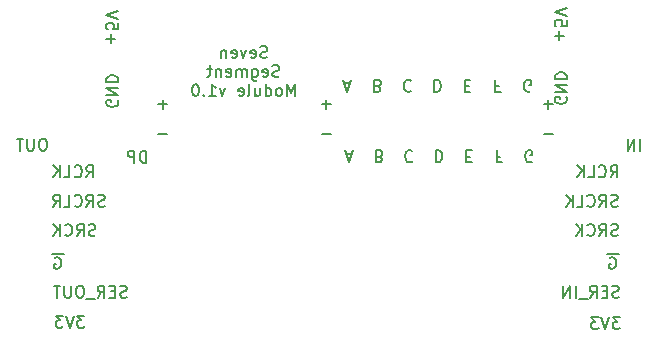
<source format=gbo>
%TF.GenerationSoftware,KiCad,Pcbnew,(6.0.4-0)*%
%TF.CreationDate,2022-03-28T18:44:13+01:00*%
%TF.ProjectId,SevenSegmentModule,53657665-6e53-4656-976d-656e744d6f64,rev?*%
%TF.SameCoordinates,Original*%
%TF.FileFunction,Legend,Bot*%
%TF.FilePolarity,Positive*%
%FSLAX46Y46*%
G04 Gerber Fmt 4.6, Leading zero omitted, Abs format (unit mm)*
G04 Created by KiCad (PCBNEW (6.0.4-0)) date 2022-03-28 18:44:13*
%MOMM*%
%LPD*%
G01*
G04 APERTURE LIST*
%ADD10C,0.150000*%
G04 APERTURE END LIST*
D10*
X158948190Y-77280761D02*
X158805333Y-77328380D01*
X158567238Y-77328380D01*
X158472000Y-77280761D01*
X158424380Y-77233142D01*
X158376761Y-77137904D01*
X158376761Y-77042666D01*
X158424380Y-76947428D01*
X158472000Y-76899809D01*
X158567238Y-76852190D01*
X158757714Y-76804571D01*
X158852952Y-76756952D01*
X158900571Y-76709333D01*
X158948190Y-76614095D01*
X158948190Y-76518857D01*
X158900571Y-76423619D01*
X158852952Y-76376000D01*
X158757714Y-76328380D01*
X158519619Y-76328380D01*
X158376761Y-76376000D01*
X157567238Y-77280761D02*
X157662476Y-77328380D01*
X157852952Y-77328380D01*
X157948190Y-77280761D01*
X157995809Y-77185523D01*
X157995809Y-76804571D01*
X157948190Y-76709333D01*
X157852952Y-76661714D01*
X157662476Y-76661714D01*
X157567238Y-76709333D01*
X157519619Y-76804571D01*
X157519619Y-76899809D01*
X157995809Y-76995047D01*
X157186285Y-76661714D02*
X156948190Y-77328380D01*
X156710095Y-76661714D01*
X155948190Y-77280761D02*
X156043428Y-77328380D01*
X156233904Y-77328380D01*
X156329142Y-77280761D01*
X156376761Y-77185523D01*
X156376761Y-76804571D01*
X156329142Y-76709333D01*
X156233904Y-76661714D01*
X156043428Y-76661714D01*
X155948190Y-76709333D01*
X155900571Y-76804571D01*
X155900571Y-76899809D01*
X156376761Y-76995047D01*
X155472000Y-76661714D02*
X155472000Y-77328380D01*
X155472000Y-76756952D02*
X155424380Y-76709333D01*
X155329142Y-76661714D01*
X155186285Y-76661714D01*
X155091047Y-76709333D01*
X155043428Y-76804571D01*
X155043428Y-77328380D01*
X159972000Y-78890761D02*
X159829142Y-78938380D01*
X159591047Y-78938380D01*
X159495809Y-78890761D01*
X159448190Y-78843142D01*
X159400571Y-78747904D01*
X159400571Y-78652666D01*
X159448190Y-78557428D01*
X159495809Y-78509809D01*
X159591047Y-78462190D01*
X159781523Y-78414571D01*
X159876761Y-78366952D01*
X159924380Y-78319333D01*
X159972000Y-78224095D01*
X159972000Y-78128857D01*
X159924380Y-78033619D01*
X159876761Y-77986000D01*
X159781523Y-77938380D01*
X159543428Y-77938380D01*
X159400571Y-77986000D01*
X158591047Y-78890761D02*
X158686285Y-78938380D01*
X158876761Y-78938380D01*
X158972000Y-78890761D01*
X159019619Y-78795523D01*
X159019619Y-78414571D01*
X158972000Y-78319333D01*
X158876761Y-78271714D01*
X158686285Y-78271714D01*
X158591047Y-78319333D01*
X158543428Y-78414571D01*
X158543428Y-78509809D01*
X159019619Y-78605047D01*
X157686285Y-78271714D02*
X157686285Y-79081238D01*
X157733904Y-79176476D01*
X157781523Y-79224095D01*
X157876761Y-79271714D01*
X158019619Y-79271714D01*
X158114857Y-79224095D01*
X157686285Y-78890761D02*
X157781523Y-78938380D01*
X157972000Y-78938380D01*
X158067238Y-78890761D01*
X158114857Y-78843142D01*
X158162476Y-78747904D01*
X158162476Y-78462190D01*
X158114857Y-78366952D01*
X158067238Y-78319333D01*
X157972000Y-78271714D01*
X157781523Y-78271714D01*
X157686285Y-78319333D01*
X157210095Y-78938380D02*
X157210095Y-78271714D01*
X157210095Y-78366952D02*
X157162476Y-78319333D01*
X157067238Y-78271714D01*
X156924380Y-78271714D01*
X156829142Y-78319333D01*
X156781523Y-78414571D01*
X156781523Y-78938380D01*
X156781523Y-78414571D02*
X156733904Y-78319333D01*
X156638666Y-78271714D01*
X156495809Y-78271714D01*
X156400571Y-78319333D01*
X156352952Y-78414571D01*
X156352952Y-78938380D01*
X155495809Y-78890761D02*
X155591047Y-78938380D01*
X155781523Y-78938380D01*
X155876761Y-78890761D01*
X155924380Y-78795523D01*
X155924380Y-78414571D01*
X155876761Y-78319333D01*
X155781523Y-78271714D01*
X155591047Y-78271714D01*
X155495809Y-78319333D01*
X155448190Y-78414571D01*
X155448190Y-78509809D01*
X155924380Y-78605047D01*
X155019619Y-78271714D02*
X155019619Y-78938380D01*
X155019619Y-78366952D02*
X154972000Y-78319333D01*
X154876761Y-78271714D01*
X154733904Y-78271714D01*
X154638666Y-78319333D01*
X154591047Y-78414571D01*
X154591047Y-78938380D01*
X154257714Y-78271714D02*
X153876761Y-78271714D01*
X154114857Y-77938380D02*
X154114857Y-78795523D01*
X154067238Y-78890761D01*
X153972000Y-78938380D01*
X153876761Y-78938380D01*
X161305333Y-80548380D02*
X161305333Y-79548380D01*
X160972000Y-80262666D01*
X160638666Y-79548380D01*
X160638666Y-80548380D01*
X160019619Y-80548380D02*
X160114857Y-80500761D01*
X160162476Y-80453142D01*
X160210095Y-80357904D01*
X160210095Y-80072190D01*
X160162476Y-79976952D01*
X160114857Y-79929333D01*
X160019619Y-79881714D01*
X159876761Y-79881714D01*
X159781523Y-79929333D01*
X159733904Y-79976952D01*
X159686285Y-80072190D01*
X159686285Y-80357904D01*
X159733904Y-80453142D01*
X159781523Y-80500761D01*
X159876761Y-80548380D01*
X160019619Y-80548380D01*
X158829142Y-80548380D02*
X158829142Y-79548380D01*
X158829142Y-80500761D02*
X158924380Y-80548380D01*
X159114857Y-80548380D01*
X159210095Y-80500761D01*
X159257714Y-80453142D01*
X159305333Y-80357904D01*
X159305333Y-80072190D01*
X159257714Y-79976952D01*
X159210095Y-79929333D01*
X159114857Y-79881714D01*
X158924380Y-79881714D01*
X158829142Y-79929333D01*
X157924380Y-79881714D02*
X157924380Y-80548380D01*
X158352952Y-79881714D02*
X158352952Y-80405523D01*
X158305333Y-80500761D01*
X158210095Y-80548380D01*
X158067238Y-80548380D01*
X157972000Y-80500761D01*
X157924380Y-80453142D01*
X157305333Y-80548380D02*
X157400571Y-80500761D01*
X157448190Y-80405523D01*
X157448190Y-79548380D01*
X156543428Y-80500761D02*
X156638666Y-80548380D01*
X156829142Y-80548380D01*
X156924380Y-80500761D01*
X156972000Y-80405523D01*
X156972000Y-80024571D01*
X156924380Y-79929333D01*
X156829142Y-79881714D01*
X156638666Y-79881714D01*
X156543428Y-79929333D01*
X156495809Y-80024571D01*
X156495809Y-80119809D01*
X156972000Y-80215047D01*
X155400571Y-79881714D02*
X155162476Y-80548380D01*
X154924380Y-79881714D01*
X154019619Y-80548380D02*
X154591047Y-80548380D01*
X154305333Y-80548380D02*
X154305333Y-79548380D01*
X154400571Y-79691238D01*
X154495809Y-79786476D01*
X154591047Y-79834095D01*
X153591047Y-80453142D02*
X153543428Y-80500761D01*
X153591047Y-80548380D01*
X153638666Y-80500761D01*
X153591047Y-80453142D01*
X153591047Y-80548380D01*
X152924380Y-79548380D02*
X152829142Y-79548380D01*
X152733904Y-79596000D01*
X152686285Y-79643619D01*
X152638666Y-79738857D01*
X152591047Y-79929333D01*
X152591047Y-80167428D01*
X152638666Y-80357904D01*
X152686285Y-80453142D01*
X152733904Y-80500761D01*
X152829142Y-80548380D01*
X152924380Y-80548380D01*
X153019619Y-80500761D01*
X153067238Y-80453142D01*
X153114857Y-80357904D01*
X153162476Y-80167428D01*
X153162476Y-79929333D01*
X153114857Y-79738857D01*
X153067238Y-79643619D01*
X153019619Y-79596000D01*
X152924380Y-79548380D01*
X165496904Y-79462333D02*
X165973095Y-79462333D01*
X165401666Y-79176619D02*
X165735000Y-80176619D01*
X166068333Y-79176619D01*
X173093095Y-79176619D02*
X173093095Y-80176619D01*
X173331190Y-80176619D01*
X173474047Y-80129000D01*
X173569285Y-80033761D01*
X173616904Y-79938523D01*
X173664523Y-79748047D01*
X173664523Y-79605190D01*
X173616904Y-79414714D01*
X173569285Y-79319476D01*
X173474047Y-79224238D01*
X173331190Y-79176619D01*
X173093095Y-79176619D01*
X178577857Y-79700428D02*
X178244523Y-79700428D01*
X178244523Y-79176619D02*
X178244523Y-80176619D01*
X178720714Y-80176619D01*
X171124523Y-79271857D02*
X171076904Y-79224238D01*
X170934047Y-79176619D01*
X170838809Y-79176619D01*
X170695952Y-79224238D01*
X170600714Y-79319476D01*
X170553095Y-79414714D01*
X170505476Y-79605190D01*
X170505476Y-79748047D01*
X170553095Y-79938523D01*
X170600714Y-80033761D01*
X170695952Y-80129000D01*
X170838809Y-80176619D01*
X170934047Y-80176619D01*
X171076904Y-80129000D01*
X171124523Y-80081380D01*
X168346428Y-79700428D02*
X168489285Y-79652809D01*
X168536904Y-79605190D01*
X168584523Y-79509952D01*
X168584523Y-79367095D01*
X168536904Y-79271857D01*
X168489285Y-79224238D01*
X168394047Y-79176619D01*
X168013095Y-79176619D01*
X168013095Y-80176619D01*
X168346428Y-80176619D01*
X168441666Y-80129000D01*
X168489285Y-80081380D01*
X168536904Y-79986142D01*
X168536904Y-79890904D01*
X168489285Y-79795666D01*
X168441666Y-79748047D01*
X168346428Y-79700428D01*
X168013095Y-79700428D01*
X175680714Y-79700428D02*
X176014047Y-79700428D01*
X176156904Y-79176619D02*
X175680714Y-79176619D01*
X175680714Y-80176619D01*
X176156904Y-80176619D01*
X181236904Y-80129000D02*
X181141666Y-80176619D01*
X180998809Y-80176619D01*
X180855952Y-80129000D01*
X180760714Y-80033761D01*
X180713095Y-79938523D01*
X180665476Y-79748047D01*
X180665476Y-79605190D01*
X180713095Y-79414714D01*
X180760714Y-79319476D01*
X180855952Y-79224238D01*
X180998809Y-79176619D01*
X181094047Y-79176619D01*
X181236904Y-79224238D01*
X181284523Y-79271857D01*
X181284523Y-79605190D01*
X181094047Y-79605190D01*
X164337952Y-83764428D02*
X163576047Y-83764428D01*
X164337952Y-81224428D02*
X163576047Y-81224428D01*
X163957000Y-81605380D02*
X163957000Y-80843476D01*
X183133952Y-81224428D02*
X182372047Y-81224428D01*
X182753000Y-81605380D02*
X182753000Y-80843476D01*
X183133952Y-83764428D02*
X182372047Y-83764428D01*
X150494952Y-81224428D02*
X149733047Y-81224428D01*
X150114000Y-81605380D02*
X150114000Y-80843476D01*
X150494952Y-83764428D02*
X149733047Y-83764428D01*
X148716904Y-86177380D02*
X148716904Y-85177380D01*
X148478809Y-85177380D01*
X148335952Y-85225000D01*
X148240714Y-85320238D01*
X148193095Y-85415476D01*
X148145476Y-85605952D01*
X148145476Y-85748809D01*
X148193095Y-85939285D01*
X148240714Y-86034523D01*
X148335952Y-86129761D01*
X148478809Y-86177380D01*
X148716904Y-86177380D01*
X147716904Y-86177380D02*
X147716904Y-85177380D01*
X147335952Y-85177380D01*
X147240714Y-85225000D01*
X147193095Y-85272619D01*
X147145476Y-85367857D01*
X147145476Y-85510714D01*
X147193095Y-85605952D01*
X147240714Y-85653571D01*
X147335952Y-85701190D01*
X147716904Y-85701190D01*
X165623904Y-85431333D02*
X166100095Y-85431333D01*
X165528666Y-85145619D02*
X165862000Y-86145619D01*
X166195333Y-85145619D01*
X178704857Y-85669428D02*
X178371523Y-85669428D01*
X178371523Y-85145619D02*
X178371523Y-86145619D01*
X178847714Y-86145619D01*
X173220095Y-85145619D02*
X173220095Y-86145619D01*
X173458190Y-86145619D01*
X173601047Y-86098000D01*
X173696285Y-86002761D01*
X173743904Y-85907523D01*
X173791523Y-85717047D01*
X173791523Y-85574190D01*
X173743904Y-85383714D01*
X173696285Y-85288476D01*
X173601047Y-85193238D01*
X173458190Y-85145619D01*
X173220095Y-85145619D01*
X171251523Y-85240857D02*
X171203904Y-85193238D01*
X171061047Y-85145619D01*
X170965809Y-85145619D01*
X170822952Y-85193238D01*
X170727714Y-85288476D01*
X170680095Y-85383714D01*
X170632476Y-85574190D01*
X170632476Y-85717047D01*
X170680095Y-85907523D01*
X170727714Y-86002761D01*
X170822952Y-86098000D01*
X170965809Y-86145619D01*
X171061047Y-86145619D01*
X171203904Y-86098000D01*
X171251523Y-86050380D01*
X168473428Y-85669428D02*
X168616285Y-85621809D01*
X168663904Y-85574190D01*
X168711523Y-85478952D01*
X168711523Y-85336095D01*
X168663904Y-85240857D01*
X168616285Y-85193238D01*
X168521047Y-85145619D01*
X168140095Y-85145619D01*
X168140095Y-86145619D01*
X168473428Y-86145619D01*
X168568666Y-86098000D01*
X168616285Y-86050380D01*
X168663904Y-85955142D01*
X168663904Y-85859904D01*
X168616285Y-85764666D01*
X168568666Y-85717047D01*
X168473428Y-85669428D01*
X168140095Y-85669428D01*
X175807714Y-85669428D02*
X176141047Y-85669428D01*
X176283904Y-85145619D02*
X175807714Y-85145619D01*
X175807714Y-86145619D01*
X176283904Y-86145619D01*
X181363904Y-86098000D02*
X181268666Y-86145619D01*
X181125809Y-86145619D01*
X180982952Y-86098000D01*
X180887714Y-86002761D01*
X180840095Y-85907523D01*
X180792476Y-85717047D01*
X180792476Y-85574190D01*
X180840095Y-85383714D01*
X180887714Y-85288476D01*
X180982952Y-85193238D01*
X181125809Y-85145619D01*
X181221047Y-85145619D01*
X181363904Y-85193238D01*
X181411523Y-85240857D01*
X181411523Y-85574190D01*
X181221047Y-85574190D01*
X145216238Y-89863761D02*
X145073381Y-89911380D01*
X144835285Y-89911380D01*
X144740047Y-89863761D01*
X144692428Y-89816142D01*
X144644809Y-89720904D01*
X144644809Y-89625666D01*
X144692428Y-89530428D01*
X144740047Y-89482809D01*
X144835285Y-89435190D01*
X145025762Y-89387571D01*
X145121000Y-89339952D01*
X145168619Y-89292333D01*
X145216238Y-89197095D01*
X145216238Y-89101857D01*
X145168619Y-89006619D01*
X145121000Y-88959000D01*
X145025762Y-88911380D01*
X144787666Y-88911380D01*
X144644809Y-88959000D01*
X143644809Y-89911380D02*
X143978142Y-89435190D01*
X144216238Y-89911380D02*
X144216238Y-88911380D01*
X143835285Y-88911380D01*
X143740047Y-88959000D01*
X143692428Y-89006619D01*
X143644809Y-89101857D01*
X143644809Y-89244714D01*
X143692428Y-89339952D01*
X143740047Y-89387571D01*
X143835285Y-89435190D01*
X144216238Y-89435190D01*
X142644809Y-89816142D02*
X142692428Y-89863761D01*
X142835285Y-89911380D01*
X142930523Y-89911380D01*
X143073381Y-89863761D01*
X143168619Y-89768523D01*
X143216238Y-89673285D01*
X143263857Y-89482809D01*
X143263857Y-89339952D01*
X143216238Y-89149476D01*
X143168619Y-89054238D01*
X143073381Y-88959000D01*
X142930523Y-88911380D01*
X142835285Y-88911380D01*
X142692428Y-88959000D01*
X142644809Y-89006619D01*
X141740047Y-89911380D02*
X142216238Y-89911380D01*
X142216238Y-88911380D01*
X140835285Y-89911380D02*
X141168619Y-89435190D01*
X141406714Y-89911380D02*
X141406714Y-88911380D01*
X141025762Y-88911380D01*
X140930523Y-88959000D01*
X140882904Y-89006619D01*
X140835285Y-89101857D01*
X140835285Y-89244714D01*
X140882904Y-89339952D01*
X140930523Y-89387571D01*
X141025762Y-89435190D01*
X141406714Y-89435190D01*
X143644810Y-87422380D02*
X143978143Y-86946190D01*
X144216238Y-87422380D02*
X144216238Y-86422380D01*
X143835286Y-86422380D01*
X143740048Y-86470000D01*
X143692429Y-86517619D01*
X143644810Y-86612857D01*
X143644810Y-86755714D01*
X143692429Y-86850952D01*
X143740048Y-86898571D01*
X143835286Y-86946190D01*
X144216238Y-86946190D01*
X142644810Y-87327142D02*
X142692429Y-87374761D01*
X142835286Y-87422380D01*
X142930524Y-87422380D01*
X143073381Y-87374761D01*
X143168619Y-87279523D01*
X143216238Y-87184285D01*
X143263857Y-86993809D01*
X143263857Y-86850952D01*
X143216238Y-86660476D01*
X143168619Y-86565238D01*
X143073381Y-86470000D01*
X142930524Y-86422380D01*
X142835286Y-86422380D01*
X142692429Y-86470000D01*
X142644810Y-86517619D01*
X141740048Y-87422380D02*
X142216238Y-87422380D01*
X142216238Y-86422380D01*
X141406714Y-87422380D02*
X141406714Y-86422380D01*
X140835286Y-87422380D02*
X141263857Y-86850952D01*
X140835286Y-86422380D02*
X141406714Y-86993809D01*
X144406714Y-92352761D02*
X144263857Y-92400380D01*
X144025761Y-92400380D01*
X143930523Y-92352761D01*
X143882904Y-92305142D01*
X143835285Y-92209904D01*
X143835285Y-92114666D01*
X143882904Y-92019428D01*
X143930523Y-91971809D01*
X144025761Y-91924190D01*
X144216238Y-91876571D01*
X144311476Y-91828952D01*
X144359095Y-91781333D01*
X144406714Y-91686095D01*
X144406714Y-91590857D01*
X144359095Y-91495619D01*
X144311476Y-91448000D01*
X144216238Y-91400380D01*
X143978142Y-91400380D01*
X143835285Y-91448000D01*
X142835285Y-92400380D02*
X143168619Y-91924190D01*
X143406714Y-92400380D02*
X143406714Y-91400380D01*
X143025761Y-91400380D01*
X142930523Y-91448000D01*
X142882904Y-91495619D01*
X142835285Y-91590857D01*
X142835285Y-91733714D01*
X142882904Y-91828952D01*
X142930523Y-91876571D01*
X143025761Y-91924190D01*
X143406714Y-91924190D01*
X141835285Y-92305142D02*
X141882904Y-92352761D01*
X142025761Y-92400380D01*
X142121000Y-92400380D01*
X142263857Y-92352761D01*
X142359095Y-92257523D01*
X142406714Y-92162285D01*
X142454333Y-91971809D01*
X142454333Y-91828952D01*
X142406714Y-91638476D01*
X142359095Y-91543238D01*
X142263857Y-91448000D01*
X142121000Y-91400380D01*
X142025761Y-91400380D01*
X141882904Y-91448000D01*
X141835285Y-91495619D01*
X141406714Y-92400380D02*
X141406714Y-91400380D01*
X140835285Y-92400380D02*
X141263857Y-91828952D01*
X140835285Y-91400380D02*
X141406714Y-91971809D01*
X141724000Y-93912000D02*
X140724000Y-93912000D01*
X140962095Y-94242000D02*
X141057333Y-94194380D01*
X141200190Y-94194380D01*
X141343047Y-94242000D01*
X141438285Y-94337238D01*
X141485904Y-94432476D01*
X141533523Y-94622952D01*
X141533523Y-94765809D01*
X141485904Y-94956285D01*
X141438285Y-95051523D01*
X141343047Y-95146761D01*
X141200190Y-95194380D01*
X141104952Y-95194380D01*
X140962095Y-95146761D01*
X140914476Y-95099142D01*
X140914476Y-94765809D01*
X141104952Y-94765809D01*
X188714000Y-93912000D02*
X187714000Y-93912000D01*
X187952095Y-94242000D02*
X188047333Y-94194380D01*
X188190190Y-94194380D01*
X188333047Y-94242000D01*
X188428285Y-94337238D01*
X188475904Y-94432476D01*
X188523523Y-94622952D01*
X188523523Y-94765809D01*
X188475904Y-94956285D01*
X188428285Y-95051523D01*
X188333047Y-95146761D01*
X188190190Y-95194380D01*
X188094952Y-95194380D01*
X187952095Y-95146761D01*
X187904476Y-95099142D01*
X187904476Y-94765809D01*
X188094952Y-94765809D01*
X188817095Y-99274380D02*
X188198047Y-99274380D01*
X188531380Y-99655333D01*
X188388523Y-99655333D01*
X188293285Y-99702952D01*
X188245666Y-99750571D01*
X188198047Y-99845809D01*
X188198047Y-100083904D01*
X188245666Y-100179142D01*
X188293285Y-100226761D01*
X188388523Y-100274380D01*
X188674238Y-100274380D01*
X188769476Y-100226761D01*
X188817095Y-100179142D01*
X187912333Y-99274380D02*
X187579000Y-100274380D01*
X187245666Y-99274380D01*
X187007571Y-99274380D02*
X186388523Y-99274380D01*
X186721857Y-99655333D01*
X186579000Y-99655333D01*
X186483761Y-99702952D01*
X186436142Y-99750571D01*
X186388523Y-99845809D01*
X186388523Y-100083904D01*
X186436142Y-100179142D01*
X186483761Y-100226761D01*
X186579000Y-100274380D01*
X186864714Y-100274380D01*
X186959952Y-100226761D01*
X187007571Y-100179142D01*
X188642476Y-89863761D02*
X188499619Y-89911380D01*
X188261523Y-89911380D01*
X188166285Y-89863761D01*
X188118666Y-89816142D01*
X188071047Y-89720904D01*
X188071047Y-89625666D01*
X188118666Y-89530428D01*
X188166285Y-89482809D01*
X188261523Y-89435190D01*
X188452000Y-89387571D01*
X188547238Y-89339952D01*
X188594857Y-89292333D01*
X188642476Y-89197095D01*
X188642476Y-89101857D01*
X188594857Y-89006619D01*
X188547238Y-88959000D01*
X188452000Y-88911380D01*
X188213904Y-88911380D01*
X188071047Y-88959000D01*
X187071047Y-89911380D02*
X187404380Y-89435190D01*
X187642476Y-89911380D02*
X187642476Y-88911380D01*
X187261523Y-88911380D01*
X187166285Y-88959000D01*
X187118666Y-89006619D01*
X187071047Y-89101857D01*
X187071047Y-89244714D01*
X187118666Y-89339952D01*
X187166285Y-89387571D01*
X187261523Y-89435190D01*
X187642476Y-89435190D01*
X186071047Y-89816142D02*
X186118666Y-89863761D01*
X186261523Y-89911380D01*
X186356761Y-89911380D01*
X186499619Y-89863761D01*
X186594857Y-89768523D01*
X186642476Y-89673285D01*
X186690095Y-89482809D01*
X186690095Y-89339952D01*
X186642476Y-89149476D01*
X186594857Y-89054238D01*
X186499619Y-88959000D01*
X186356761Y-88911380D01*
X186261523Y-88911380D01*
X186118666Y-88959000D01*
X186071047Y-89006619D01*
X185166285Y-89911380D02*
X185642476Y-89911380D01*
X185642476Y-88911380D01*
X184832952Y-89911380D02*
X184832952Y-88911380D01*
X184261523Y-89911380D02*
X184690095Y-89339952D01*
X184261523Y-88911380D02*
X184832952Y-89482809D01*
X143478095Y-99147380D02*
X142859047Y-99147380D01*
X143192380Y-99528333D01*
X143049523Y-99528333D01*
X142954285Y-99575952D01*
X142906666Y-99623571D01*
X142859047Y-99718809D01*
X142859047Y-99956904D01*
X142906666Y-100052142D01*
X142954285Y-100099761D01*
X143049523Y-100147380D01*
X143335238Y-100147380D01*
X143430476Y-100099761D01*
X143478095Y-100052142D01*
X142573333Y-99147380D02*
X142240000Y-100147380D01*
X141906666Y-99147380D01*
X141668571Y-99147380D02*
X141049523Y-99147380D01*
X141382857Y-99528333D01*
X141240000Y-99528333D01*
X141144761Y-99575952D01*
X141097142Y-99623571D01*
X141049523Y-99718809D01*
X141049523Y-99956904D01*
X141097142Y-100052142D01*
X141144761Y-100099761D01*
X141240000Y-100147380D01*
X141525714Y-100147380D01*
X141620952Y-100099761D01*
X141668571Y-100052142D01*
X140065000Y-84161380D02*
X139874523Y-84161380D01*
X139779285Y-84209000D01*
X139684047Y-84304238D01*
X139636428Y-84494714D01*
X139636428Y-84828047D01*
X139684047Y-85018523D01*
X139779285Y-85113761D01*
X139874523Y-85161380D01*
X140065000Y-85161380D01*
X140160238Y-85113761D01*
X140255476Y-85018523D01*
X140303095Y-84828047D01*
X140303095Y-84494714D01*
X140255476Y-84304238D01*
X140160238Y-84209000D01*
X140065000Y-84161380D01*
X139207857Y-84161380D02*
X139207857Y-84970904D01*
X139160238Y-85066142D01*
X139112619Y-85113761D01*
X139017380Y-85161380D01*
X138826904Y-85161380D01*
X138731666Y-85113761D01*
X138684047Y-85066142D01*
X138636428Y-84970904D01*
X138636428Y-84161380D01*
X138303095Y-84161380D02*
X137731666Y-84161380D01*
X138017380Y-85161380D02*
X138017380Y-84161380D01*
X190515809Y-85161380D02*
X190515809Y-84161380D01*
X190039619Y-85161380D02*
X190039619Y-84161380D01*
X189468190Y-85161380D01*
X189468190Y-84161380D01*
X184269000Y-80644571D02*
X184316619Y-80739809D01*
X184316619Y-80882666D01*
X184269000Y-81025523D01*
X184173761Y-81120761D01*
X184078523Y-81168380D01*
X183888047Y-81216000D01*
X183745190Y-81216000D01*
X183554714Y-81168380D01*
X183459476Y-81120761D01*
X183364238Y-81025523D01*
X183316619Y-80882666D01*
X183316619Y-80787428D01*
X183364238Y-80644571D01*
X183411857Y-80596952D01*
X183745190Y-80596952D01*
X183745190Y-80787428D01*
X183316619Y-80168380D02*
X184316619Y-80168380D01*
X183316619Y-79596952D01*
X184316619Y-79596952D01*
X183316619Y-79120761D02*
X184316619Y-79120761D01*
X184316619Y-78882666D01*
X184269000Y-78739809D01*
X184173761Y-78644571D01*
X184078523Y-78596952D01*
X183888047Y-78549333D01*
X183745190Y-78549333D01*
X183554714Y-78596952D01*
X183459476Y-78644571D01*
X183364238Y-78739809D01*
X183316619Y-78882666D01*
X183316619Y-79120761D01*
X183697571Y-75835047D02*
X183697571Y-75073142D01*
X183316619Y-75454095D02*
X184078523Y-75454095D01*
X184316619Y-74120761D02*
X184316619Y-74596952D01*
X183840428Y-74644571D01*
X183888047Y-74596952D01*
X183935666Y-74501714D01*
X183935666Y-74263619D01*
X183888047Y-74168380D01*
X183840428Y-74120761D01*
X183745190Y-74073142D01*
X183507095Y-74073142D01*
X183411857Y-74120761D01*
X183364238Y-74168380D01*
X183316619Y-74263619D01*
X183316619Y-74501714D01*
X183364238Y-74596952D01*
X183411857Y-74644571D01*
X184316619Y-73787428D02*
X183316619Y-73454095D01*
X184316619Y-73120761D01*
X188745857Y-97559761D02*
X188603000Y-97607380D01*
X188364905Y-97607380D01*
X188269666Y-97559761D01*
X188222047Y-97512142D01*
X188174428Y-97416904D01*
X188174428Y-97321666D01*
X188222047Y-97226428D01*
X188269666Y-97178809D01*
X188364905Y-97131190D01*
X188555381Y-97083571D01*
X188650619Y-97035952D01*
X188698238Y-96988333D01*
X188745857Y-96893095D01*
X188745857Y-96797857D01*
X188698238Y-96702619D01*
X188650619Y-96655000D01*
X188555381Y-96607380D01*
X188317285Y-96607380D01*
X188174428Y-96655000D01*
X187745857Y-97083571D02*
X187412524Y-97083571D01*
X187269666Y-97607380D02*
X187745857Y-97607380D01*
X187745857Y-96607380D01*
X187269666Y-96607380D01*
X186269666Y-97607380D02*
X186603000Y-97131190D01*
X186841095Y-97607380D02*
X186841095Y-96607380D01*
X186460143Y-96607380D01*
X186364905Y-96655000D01*
X186317285Y-96702619D01*
X186269666Y-96797857D01*
X186269666Y-96940714D01*
X186317285Y-97035952D01*
X186364905Y-97083571D01*
X186460143Y-97131190D01*
X186841095Y-97131190D01*
X186079190Y-97702619D02*
X185317285Y-97702619D01*
X185079190Y-97607380D02*
X185079190Y-96607380D01*
X184603000Y-97607380D02*
X184603000Y-96607380D01*
X184031571Y-97607380D01*
X184031571Y-96607380D01*
X188023429Y-87422380D02*
X188356762Y-86946190D01*
X188594857Y-87422380D02*
X188594857Y-86422380D01*
X188213905Y-86422380D01*
X188118667Y-86470000D01*
X188071048Y-86517619D01*
X188023429Y-86612857D01*
X188023429Y-86755714D01*
X188071048Y-86850952D01*
X188118667Y-86898571D01*
X188213905Y-86946190D01*
X188594857Y-86946190D01*
X187023429Y-87327142D02*
X187071048Y-87374761D01*
X187213905Y-87422380D01*
X187309143Y-87422380D01*
X187452000Y-87374761D01*
X187547238Y-87279523D01*
X187594857Y-87184285D01*
X187642476Y-86993809D01*
X187642476Y-86850952D01*
X187594857Y-86660476D01*
X187547238Y-86565238D01*
X187452000Y-86470000D01*
X187309143Y-86422380D01*
X187213905Y-86422380D01*
X187071048Y-86470000D01*
X187023429Y-86517619D01*
X186118667Y-87422380D02*
X186594857Y-87422380D01*
X186594857Y-86422380D01*
X185785333Y-87422380D02*
X185785333Y-86422380D01*
X185213905Y-87422380D02*
X185642476Y-86850952D01*
X185213905Y-86422380D02*
X185785333Y-86993809D01*
X146296000Y-80898571D02*
X146343619Y-80993809D01*
X146343619Y-81136666D01*
X146296000Y-81279523D01*
X146200761Y-81374761D01*
X146105523Y-81422380D01*
X145915047Y-81470000D01*
X145772190Y-81470000D01*
X145581714Y-81422380D01*
X145486476Y-81374761D01*
X145391238Y-81279523D01*
X145343619Y-81136666D01*
X145343619Y-81041428D01*
X145391238Y-80898571D01*
X145438857Y-80850952D01*
X145772190Y-80850952D01*
X145772190Y-81041428D01*
X145343619Y-80422380D02*
X146343619Y-80422380D01*
X145343619Y-79850952D01*
X146343619Y-79850952D01*
X145343619Y-79374761D02*
X146343619Y-79374761D01*
X146343619Y-79136666D01*
X146296000Y-78993809D01*
X146200761Y-78898571D01*
X146105523Y-78850952D01*
X145915047Y-78803333D01*
X145772190Y-78803333D01*
X145581714Y-78850952D01*
X145486476Y-78898571D01*
X145391238Y-78993809D01*
X145343619Y-79136666D01*
X145343619Y-79374761D01*
X145724571Y-76089047D02*
X145724571Y-75327142D01*
X145343619Y-75708095D02*
X146105523Y-75708095D01*
X146343619Y-74374761D02*
X146343619Y-74850952D01*
X145867428Y-74898571D01*
X145915047Y-74850952D01*
X145962666Y-74755714D01*
X145962666Y-74517619D01*
X145915047Y-74422380D01*
X145867428Y-74374761D01*
X145772190Y-74327142D01*
X145534095Y-74327142D01*
X145438857Y-74374761D01*
X145391238Y-74422380D01*
X145343619Y-74517619D01*
X145343619Y-74755714D01*
X145391238Y-74850952D01*
X145438857Y-74898571D01*
X146343619Y-74041428D02*
X145343619Y-73708095D01*
X146343619Y-73374761D01*
X147065619Y-97559761D02*
X146922761Y-97607380D01*
X146684666Y-97607380D01*
X146589428Y-97559761D01*
X146541809Y-97512142D01*
X146494190Y-97416904D01*
X146494190Y-97321666D01*
X146541809Y-97226428D01*
X146589428Y-97178809D01*
X146684666Y-97131190D01*
X146875142Y-97083571D01*
X146970380Y-97035952D01*
X147018000Y-96988333D01*
X147065619Y-96893095D01*
X147065619Y-96797857D01*
X147018000Y-96702619D01*
X146970380Y-96655000D01*
X146875142Y-96607380D01*
X146637047Y-96607380D01*
X146494190Y-96655000D01*
X146065619Y-97083571D02*
X145732285Y-97083571D01*
X145589428Y-97607380D02*
X146065619Y-97607380D01*
X146065619Y-96607380D01*
X145589428Y-96607380D01*
X144589428Y-97607380D02*
X144922761Y-97131190D01*
X145160857Y-97607380D02*
X145160857Y-96607380D01*
X144779904Y-96607380D01*
X144684666Y-96655000D01*
X144637047Y-96702619D01*
X144589428Y-96797857D01*
X144589428Y-96940714D01*
X144637047Y-97035952D01*
X144684666Y-97083571D01*
X144779904Y-97131190D01*
X145160857Y-97131190D01*
X144398952Y-97702619D02*
X143637047Y-97702619D01*
X143208476Y-96607380D02*
X143018000Y-96607380D01*
X142922761Y-96655000D01*
X142827523Y-96750238D01*
X142779904Y-96940714D01*
X142779904Y-97274047D01*
X142827523Y-97464523D01*
X142922761Y-97559761D01*
X143018000Y-97607380D01*
X143208476Y-97607380D01*
X143303714Y-97559761D01*
X143398952Y-97464523D01*
X143446571Y-97274047D01*
X143446571Y-96940714D01*
X143398952Y-96750238D01*
X143303714Y-96655000D01*
X143208476Y-96607380D01*
X142351333Y-96607380D02*
X142351333Y-97416904D01*
X142303714Y-97512142D01*
X142256095Y-97559761D01*
X142160857Y-97607380D01*
X141970380Y-97607380D01*
X141875142Y-97559761D01*
X141827523Y-97512142D01*
X141779904Y-97416904D01*
X141779904Y-96607380D01*
X141446571Y-96607380D02*
X140875142Y-96607380D01*
X141160857Y-97607380D02*
X141160857Y-96607380D01*
X188642476Y-92352761D02*
X188499619Y-92400380D01*
X188261523Y-92400380D01*
X188166285Y-92352761D01*
X188118666Y-92305142D01*
X188071047Y-92209904D01*
X188071047Y-92114666D01*
X188118666Y-92019428D01*
X188166285Y-91971809D01*
X188261523Y-91924190D01*
X188452000Y-91876571D01*
X188547238Y-91828952D01*
X188594857Y-91781333D01*
X188642476Y-91686095D01*
X188642476Y-91590857D01*
X188594857Y-91495619D01*
X188547238Y-91448000D01*
X188452000Y-91400380D01*
X188213904Y-91400380D01*
X188071047Y-91448000D01*
X187071047Y-92400380D02*
X187404381Y-91924190D01*
X187642476Y-92400380D02*
X187642476Y-91400380D01*
X187261523Y-91400380D01*
X187166285Y-91448000D01*
X187118666Y-91495619D01*
X187071047Y-91590857D01*
X187071047Y-91733714D01*
X187118666Y-91828952D01*
X187166285Y-91876571D01*
X187261523Y-91924190D01*
X187642476Y-91924190D01*
X186071047Y-92305142D02*
X186118666Y-92352761D01*
X186261523Y-92400380D01*
X186356762Y-92400380D01*
X186499619Y-92352761D01*
X186594857Y-92257523D01*
X186642476Y-92162285D01*
X186690095Y-91971809D01*
X186690095Y-91828952D01*
X186642476Y-91638476D01*
X186594857Y-91543238D01*
X186499619Y-91448000D01*
X186356762Y-91400380D01*
X186261523Y-91400380D01*
X186118666Y-91448000D01*
X186071047Y-91495619D01*
X185642476Y-92400380D02*
X185642476Y-91400380D01*
X185071047Y-92400380D02*
X185499619Y-91828952D01*
X185071047Y-91400380D02*
X185642476Y-91971809D01*
M02*

</source>
